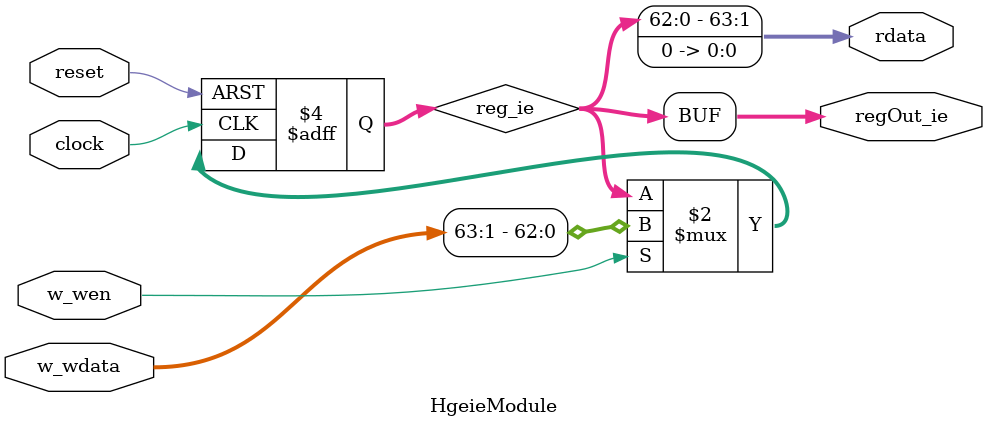
<source format=sv>
`ifndef RANDOMIZE
  `ifdef RANDOMIZE_MEM_INIT
    `define RANDOMIZE
  `endif // RANDOMIZE_MEM_INIT
`endif // not def RANDOMIZE
`ifndef RANDOMIZE
  `ifdef RANDOMIZE_REG_INIT
    `define RANDOMIZE
  `endif // RANDOMIZE_REG_INIT
`endif // not def RANDOMIZE

`ifndef RANDOM
  `define RANDOM $random
`endif // not def RANDOM

// Users can define INIT_RANDOM as general code that gets injected into the
// initializer block for modules with registers.
`ifndef INIT_RANDOM
  `define INIT_RANDOM
`endif // not def INIT_RANDOM

// If using random initialization, you can also define RANDOMIZE_DELAY to
// customize the delay used, otherwise 0.002 is used.
`ifndef RANDOMIZE_DELAY
  `define RANDOMIZE_DELAY 0.002
`endif // not def RANDOMIZE_DELAY

// Define INIT_RANDOM_PROLOG_ for use in our modules below.
`ifndef INIT_RANDOM_PROLOG_
  `ifdef RANDOMIZE
    `ifdef VERILATOR
      `define INIT_RANDOM_PROLOG_ `INIT_RANDOM
    `else  // VERILATOR
      `define INIT_RANDOM_PROLOG_ `INIT_RANDOM #`RANDOMIZE_DELAY begin end
    `endif // VERILATOR
  `else  // RANDOMIZE
    `define INIT_RANDOM_PROLOG_
  `endif // RANDOMIZE
`endif // not def INIT_RANDOM_PROLOG_

// Include register initializers in init blocks unless synthesis is set
`ifndef SYNTHESIS
  `ifndef ENABLE_INITIAL_REG_
    `define ENABLE_INITIAL_REG_
  `endif // not def ENABLE_INITIAL_REG_
`endif // not def SYNTHESIS

// Include rmemory initializers in init blocks unless synthesis is set
`ifndef SYNTHESIS
  `ifndef ENABLE_INITIAL_MEM_
    `define ENABLE_INITIAL_MEM_
  `endif // not def ENABLE_INITIAL_MEM_
`endif // not def SYNTHESIS

module HgeieModule(
  input         clock,
  input         reset,
  input         w_wen,
  input  [63:0] w_wdata,
  output [63:0] rdata,
  output [62:0] regOut_ie
);

  reg [62:0] reg_ie;
  always @(posedge clock or posedge reset) begin
    if (reset)
      reg_ie <= 63'h0;
    else if (w_wen)
      reg_ie <= w_wdata[63:1];
  end // always @(posedge, posedge)
  `ifdef ENABLE_INITIAL_REG_
    `ifdef FIRRTL_BEFORE_INITIAL
      `FIRRTL_BEFORE_INITIAL
    `endif // FIRRTL_BEFORE_INITIAL
    logic [31:0] _RANDOM[0:1];
    initial begin
      `ifdef INIT_RANDOM_PROLOG_
        `INIT_RANDOM_PROLOG_
      `endif // INIT_RANDOM_PROLOG_
      `ifdef RANDOMIZE_REG_INIT
        for (logic [1:0] i = 2'h0; i < 2'h2; i += 2'h1) begin
          _RANDOM[i[0]] = `RANDOM;
        end
        reg_ie = {_RANDOM[1'h0], _RANDOM[1'h1][30:0]};
      `endif // RANDOMIZE_REG_INIT
      if (reset)
        reg_ie = 63'h0;
    end // initial
    `ifdef FIRRTL_AFTER_INITIAL
      `FIRRTL_AFTER_INITIAL
    `endif // FIRRTL_AFTER_INITIAL
  `endif // ENABLE_INITIAL_REG_
  assign rdata = {reg_ie, 1'h0};
  assign regOut_ie = reg_ie;
endmodule


</source>
